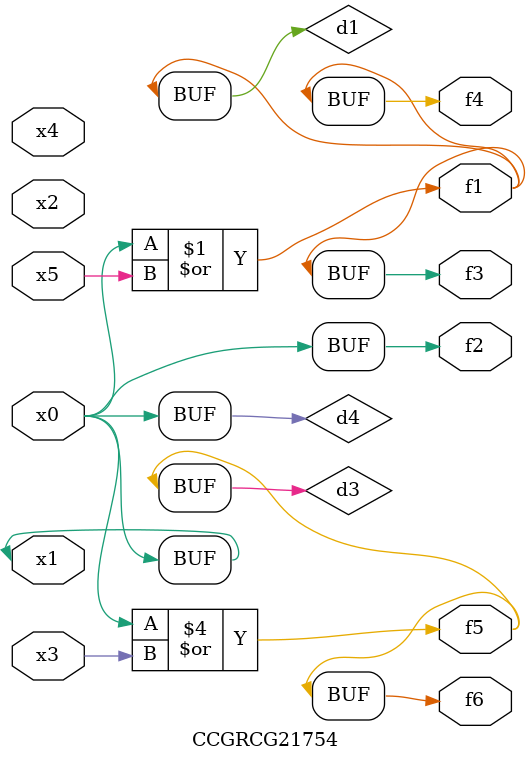
<source format=v>
module CCGRCG21754(
	input x0, x1, x2, x3, x4, x5,
	output f1, f2, f3, f4, f5, f6
);

	wire d1, d2, d3, d4;

	or (d1, x0, x5);
	xnor (d2, x1, x4);
	or (d3, x0, x3);
	buf (d4, x0, x1);
	assign f1 = d1;
	assign f2 = d4;
	assign f3 = d1;
	assign f4 = d1;
	assign f5 = d3;
	assign f6 = d3;
endmodule

</source>
